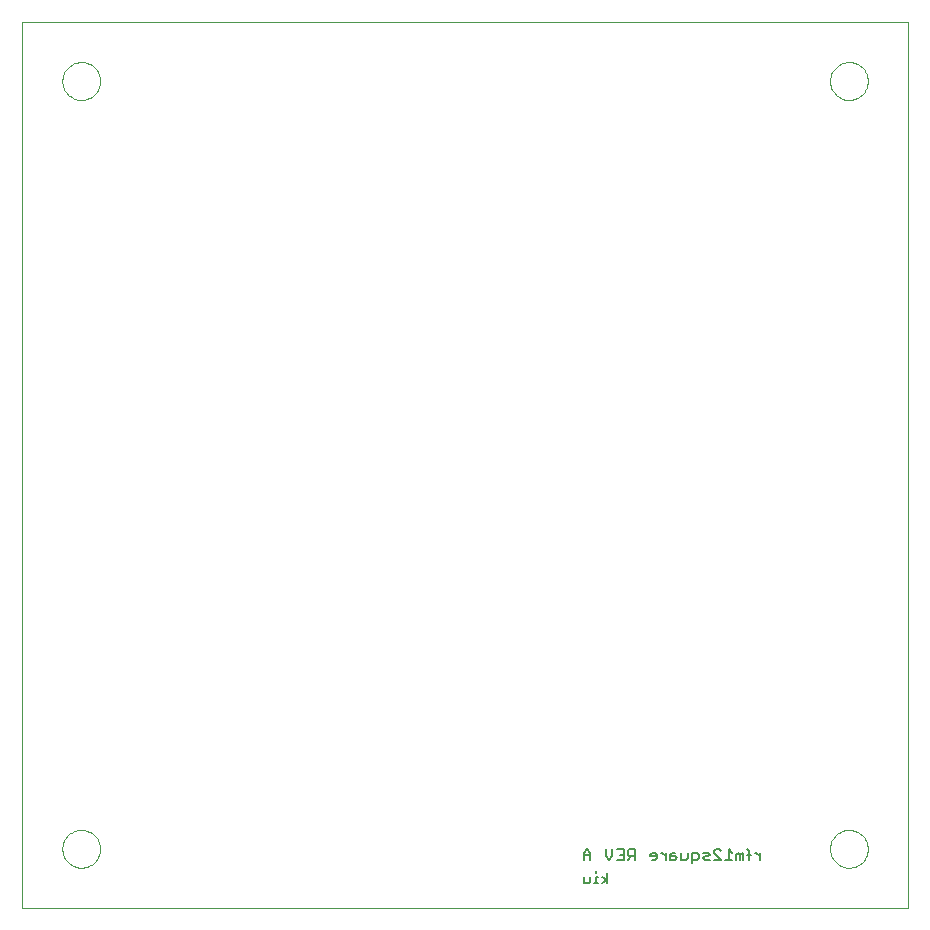
<source format=gbo>
G75*
G70*
%OFA0B0*%
%FSLAX24Y24*%
%IPPOS*%
%LPD*%
%AMOC8*
5,1,8,0,0,1.08239X$1,22.5*
%
%ADD10C,0.0000*%
%ADD11C,0.0060*%
D10*
X000637Y000574D02*
X030165Y000574D01*
X030165Y030101D01*
X000637Y030101D01*
X000637Y000574D01*
X001976Y002542D02*
X001978Y002592D01*
X001984Y002642D01*
X001994Y002691D01*
X002008Y002739D01*
X002025Y002786D01*
X002046Y002831D01*
X002071Y002875D01*
X002099Y002916D01*
X002131Y002955D01*
X002165Y002992D01*
X002202Y003026D01*
X002242Y003056D01*
X002284Y003083D01*
X002328Y003107D01*
X002374Y003128D01*
X002421Y003144D01*
X002469Y003157D01*
X002519Y003166D01*
X002568Y003171D01*
X002619Y003172D01*
X002669Y003169D01*
X002718Y003162D01*
X002767Y003151D01*
X002815Y003136D01*
X002861Y003118D01*
X002906Y003096D01*
X002949Y003070D01*
X002990Y003041D01*
X003029Y003009D01*
X003065Y002974D01*
X003097Y002936D01*
X003127Y002896D01*
X003154Y002853D01*
X003177Y002809D01*
X003196Y002763D01*
X003212Y002715D01*
X003224Y002666D01*
X003232Y002617D01*
X003236Y002567D01*
X003236Y002517D01*
X003232Y002467D01*
X003224Y002418D01*
X003212Y002369D01*
X003196Y002321D01*
X003177Y002275D01*
X003154Y002231D01*
X003127Y002188D01*
X003097Y002148D01*
X003065Y002110D01*
X003029Y002075D01*
X002990Y002043D01*
X002949Y002014D01*
X002906Y001988D01*
X002861Y001966D01*
X002815Y001948D01*
X002767Y001933D01*
X002718Y001922D01*
X002669Y001915D01*
X002619Y001912D01*
X002568Y001913D01*
X002519Y001918D01*
X002469Y001927D01*
X002421Y001940D01*
X002374Y001956D01*
X002328Y001977D01*
X002284Y002001D01*
X002242Y002028D01*
X002202Y002058D01*
X002165Y002092D01*
X002131Y002129D01*
X002099Y002168D01*
X002071Y002209D01*
X002046Y002253D01*
X002025Y002298D01*
X002008Y002345D01*
X001994Y002393D01*
X001984Y002442D01*
X001978Y002492D01*
X001976Y002542D01*
X001976Y028133D02*
X001978Y028183D01*
X001984Y028233D01*
X001994Y028282D01*
X002008Y028330D01*
X002025Y028377D01*
X002046Y028422D01*
X002071Y028466D01*
X002099Y028507D01*
X002131Y028546D01*
X002165Y028583D01*
X002202Y028617D01*
X002242Y028647D01*
X002284Y028674D01*
X002328Y028698D01*
X002374Y028719D01*
X002421Y028735D01*
X002469Y028748D01*
X002519Y028757D01*
X002568Y028762D01*
X002619Y028763D01*
X002669Y028760D01*
X002718Y028753D01*
X002767Y028742D01*
X002815Y028727D01*
X002861Y028709D01*
X002906Y028687D01*
X002949Y028661D01*
X002990Y028632D01*
X003029Y028600D01*
X003065Y028565D01*
X003097Y028527D01*
X003127Y028487D01*
X003154Y028444D01*
X003177Y028400D01*
X003196Y028354D01*
X003212Y028306D01*
X003224Y028257D01*
X003232Y028208D01*
X003236Y028158D01*
X003236Y028108D01*
X003232Y028058D01*
X003224Y028009D01*
X003212Y027960D01*
X003196Y027912D01*
X003177Y027866D01*
X003154Y027822D01*
X003127Y027779D01*
X003097Y027739D01*
X003065Y027701D01*
X003029Y027666D01*
X002990Y027634D01*
X002949Y027605D01*
X002906Y027579D01*
X002861Y027557D01*
X002815Y027539D01*
X002767Y027524D01*
X002718Y027513D01*
X002669Y027506D01*
X002619Y027503D01*
X002568Y027504D01*
X002519Y027509D01*
X002469Y027518D01*
X002421Y027531D01*
X002374Y027547D01*
X002328Y027568D01*
X002284Y027592D01*
X002242Y027619D01*
X002202Y027649D01*
X002165Y027683D01*
X002131Y027720D01*
X002099Y027759D01*
X002071Y027800D01*
X002046Y027844D01*
X002025Y027889D01*
X002008Y027936D01*
X001994Y027984D01*
X001984Y028033D01*
X001978Y028083D01*
X001976Y028133D01*
X027566Y028133D02*
X027568Y028183D01*
X027574Y028233D01*
X027584Y028282D01*
X027598Y028330D01*
X027615Y028377D01*
X027636Y028422D01*
X027661Y028466D01*
X027689Y028507D01*
X027721Y028546D01*
X027755Y028583D01*
X027792Y028617D01*
X027832Y028647D01*
X027874Y028674D01*
X027918Y028698D01*
X027964Y028719D01*
X028011Y028735D01*
X028059Y028748D01*
X028109Y028757D01*
X028158Y028762D01*
X028209Y028763D01*
X028259Y028760D01*
X028308Y028753D01*
X028357Y028742D01*
X028405Y028727D01*
X028451Y028709D01*
X028496Y028687D01*
X028539Y028661D01*
X028580Y028632D01*
X028619Y028600D01*
X028655Y028565D01*
X028687Y028527D01*
X028717Y028487D01*
X028744Y028444D01*
X028767Y028400D01*
X028786Y028354D01*
X028802Y028306D01*
X028814Y028257D01*
X028822Y028208D01*
X028826Y028158D01*
X028826Y028108D01*
X028822Y028058D01*
X028814Y028009D01*
X028802Y027960D01*
X028786Y027912D01*
X028767Y027866D01*
X028744Y027822D01*
X028717Y027779D01*
X028687Y027739D01*
X028655Y027701D01*
X028619Y027666D01*
X028580Y027634D01*
X028539Y027605D01*
X028496Y027579D01*
X028451Y027557D01*
X028405Y027539D01*
X028357Y027524D01*
X028308Y027513D01*
X028259Y027506D01*
X028209Y027503D01*
X028158Y027504D01*
X028109Y027509D01*
X028059Y027518D01*
X028011Y027531D01*
X027964Y027547D01*
X027918Y027568D01*
X027874Y027592D01*
X027832Y027619D01*
X027792Y027649D01*
X027755Y027683D01*
X027721Y027720D01*
X027689Y027759D01*
X027661Y027800D01*
X027636Y027844D01*
X027615Y027889D01*
X027598Y027936D01*
X027584Y027984D01*
X027574Y028033D01*
X027568Y028083D01*
X027566Y028133D01*
X027566Y002542D02*
X027568Y002592D01*
X027574Y002642D01*
X027584Y002691D01*
X027598Y002739D01*
X027615Y002786D01*
X027636Y002831D01*
X027661Y002875D01*
X027689Y002916D01*
X027721Y002955D01*
X027755Y002992D01*
X027792Y003026D01*
X027832Y003056D01*
X027874Y003083D01*
X027918Y003107D01*
X027964Y003128D01*
X028011Y003144D01*
X028059Y003157D01*
X028109Y003166D01*
X028158Y003171D01*
X028209Y003172D01*
X028259Y003169D01*
X028308Y003162D01*
X028357Y003151D01*
X028405Y003136D01*
X028451Y003118D01*
X028496Y003096D01*
X028539Y003070D01*
X028580Y003041D01*
X028619Y003009D01*
X028655Y002974D01*
X028687Y002936D01*
X028717Y002896D01*
X028744Y002853D01*
X028767Y002809D01*
X028786Y002763D01*
X028802Y002715D01*
X028814Y002666D01*
X028822Y002617D01*
X028826Y002567D01*
X028826Y002517D01*
X028822Y002467D01*
X028814Y002418D01*
X028802Y002369D01*
X028786Y002321D01*
X028767Y002275D01*
X028744Y002231D01*
X028717Y002188D01*
X028687Y002148D01*
X028655Y002110D01*
X028619Y002075D01*
X028580Y002043D01*
X028539Y002014D01*
X028496Y001988D01*
X028451Y001966D01*
X028405Y001948D01*
X028357Y001933D01*
X028308Y001922D01*
X028259Y001915D01*
X028209Y001912D01*
X028158Y001913D01*
X028109Y001918D01*
X028059Y001927D01*
X028011Y001940D01*
X027964Y001956D01*
X027918Y001977D01*
X027874Y002001D01*
X027832Y002028D01*
X027792Y002058D01*
X027755Y002092D01*
X027721Y002129D01*
X027689Y002168D01*
X027661Y002209D01*
X027636Y002253D01*
X027615Y002298D01*
X027598Y002345D01*
X027584Y002393D01*
X027574Y002442D01*
X027568Y002492D01*
X027566Y002542D01*
D11*
X025225Y002405D02*
X025225Y002179D01*
X025225Y002292D02*
X025112Y002405D01*
X025055Y002405D01*
X024918Y002349D02*
X024805Y002349D01*
X024862Y002462D02*
X024862Y002179D01*
X024673Y002179D02*
X024673Y002405D01*
X024616Y002405D01*
X024559Y002349D01*
X024503Y002405D01*
X024446Y002349D01*
X024446Y002179D01*
X024559Y002179D02*
X024559Y002349D01*
X024304Y002405D02*
X024191Y002519D01*
X024191Y002179D01*
X024304Y002179D02*
X024078Y002179D01*
X023936Y002179D02*
X023709Y002405D01*
X023709Y002462D01*
X023766Y002519D01*
X023879Y002519D01*
X023936Y002462D01*
X023936Y002179D02*
X023709Y002179D01*
X023568Y002179D02*
X023398Y002179D01*
X023341Y002235D01*
X023398Y002292D01*
X023511Y002292D01*
X023568Y002349D01*
X023511Y002405D01*
X023341Y002405D01*
X023199Y002349D02*
X023199Y002235D01*
X023143Y002179D01*
X022973Y002179D01*
X022973Y002065D02*
X022973Y002405D01*
X023143Y002405D01*
X023199Y002349D01*
X022831Y002405D02*
X022831Y002235D01*
X022774Y002179D01*
X022604Y002179D01*
X022604Y002405D01*
X022406Y002405D02*
X022293Y002405D01*
X022236Y002349D01*
X022236Y002179D01*
X022406Y002179D01*
X022463Y002235D01*
X022406Y002292D01*
X022236Y002292D01*
X022094Y002292D02*
X021981Y002405D01*
X021924Y002405D01*
X021788Y002349D02*
X021731Y002405D01*
X021617Y002405D01*
X021561Y002349D01*
X021561Y002292D01*
X021788Y002292D01*
X021788Y002235D02*
X021788Y002349D01*
X021788Y002235D02*
X021731Y002179D01*
X021617Y002179D01*
X022094Y002179D02*
X022094Y002405D01*
X021051Y002292D02*
X020881Y002292D01*
X020824Y002349D01*
X020824Y002462D01*
X020881Y002519D01*
X021051Y002519D01*
X021051Y002179D01*
X020938Y002292D02*
X020824Y002179D01*
X020683Y002179D02*
X020456Y002179D01*
X020314Y002292D02*
X020201Y002179D01*
X020087Y002292D01*
X020087Y002519D01*
X020314Y002519D02*
X020314Y002292D01*
X020569Y002349D02*
X020683Y002349D01*
X020683Y002519D02*
X020683Y002179D01*
X020683Y002519D02*
X020456Y002519D01*
X020130Y001731D02*
X020130Y001391D01*
X020130Y001505D02*
X019960Y001618D01*
X019823Y001618D02*
X019767Y001618D01*
X019767Y001391D01*
X019823Y001391D02*
X019710Y001391D01*
X019578Y001448D02*
X019578Y001618D01*
X019578Y001448D02*
X019521Y001391D01*
X019351Y001391D01*
X019351Y001618D01*
X019767Y001731D02*
X019767Y001788D01*
X019960Y001391D02*
X020130Y001505D01*
X019578Y002179D02*
X019578Y002405D01*
X019464Y002519D01*
X019351Y002405D01*
X019351Y002179D01*
X019351Y002349D02*
X019578Y002349D01*
X024805Y002519D02*
X024862Y002462D01*
M02*

</source>
